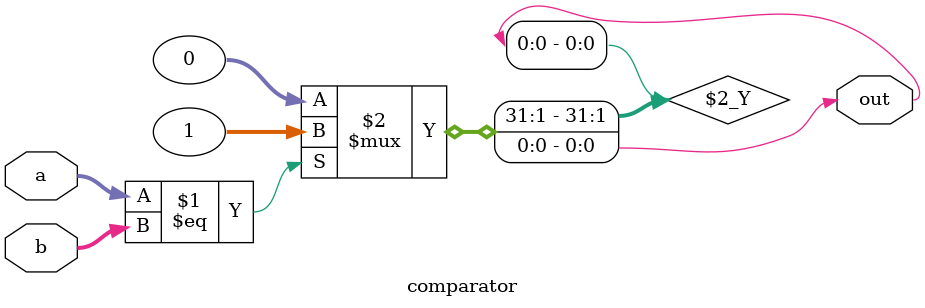
<source format=v>
`timescale 1ns / 1ps

module comparator(
    input [31:0] a,
    input [31:0] b,
    output wire out
    );
    
    assign out = (a == b)? 1:0;

endmodule

</source>
